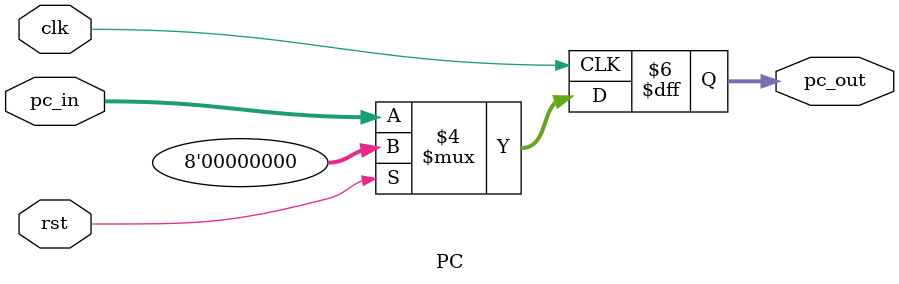
<source format=v>
module PC (
	
	input clk, rst,
	input [7:0] pc_in,

	output reg [7:0] pc_out = 8'b0

);
	always @(posedge clk) begin
		if (rst) begin
			pc_out <= 8'b0;
		end 
		else begin
			pc_out <= pc_in;
		end
	end
endmodule
</source>
